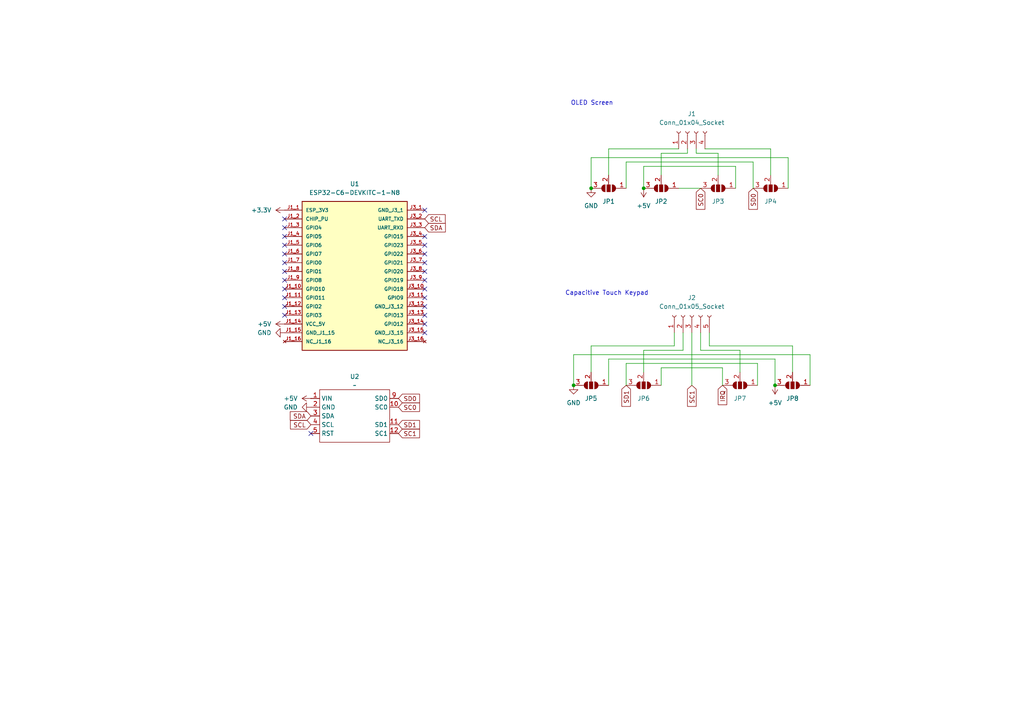
<source format=kicad_sch>
(kicad_sch (version 20231120) (generator "eeschema") (generator_version "8.0")
  (paper "A4")
  (lib_symbols
    (symbol "Connector:Conn_01x04_Socket" (pin_names (offset 1.016) hide)
      (property "Reference" "J" (at 0 5.08 0))
      (property "Value" "Conn_01x04_Socket" (at 0 -7.62 0))
      (symbol "Conn_01x04_Socket_1_1"
        (arc (start 0 -4.572) (mid -0.5058 -5.08) (end 0 -5.588) (stroke (width 0.1524)))
        (arc (start 0 -2.032) (mid -0.5058 -2.54) (end 0 -3.048) (stroke (width 0.1524)))
        (polyline (pts (xy -1.27 -5.08) (xy -0.508 -5.08)) (stroke (width 0.1524)))
        (polyline (pts (xy -1.27 -2.54) (xy -0.508 -2.54)) (stroke (width 0.1524)))
        (polyline (pts (xy -1.27 0) (xy -0.508 0)) (stroke (width 0.1524)))
        (polyline (pts (xy -1.27 2.54) (xy -0.508 2.54)) (stroke (width 0.1524)))
        (arc (start 0 0.508) (mid -0.5058 0) (end 0 -0.508) (stroke (width 0.1524)))
        (arc (start 0 3.048) (mid -0.5058 2.54) (end 0 2.032) (stroke (width 0.1524)))
        (pin passive line (at -5.08 2.54 0) (length 3.81) (name "Pin_1") (number "1"))
        (pin passive line (at -5.08 0 0) (length 3.81) (name "Pin_2") (number "2"))
        (pin passive line (at -5.08 -2.54 0) (length 3.81) (name "Pin_3") (number "3"))
        (pin passive line (at -5.08 -5.08 0) (length 3.81) (name "Pin_4") (number "4"))
      )
    )
    (symbol "Connector:Conn_01x05_Socket" (pin_names (offset 1.016) hide)
      (property "Reference" "J" (at 0 7.62 0))
      (property "Value" "Conn_01x05_Socket" (at 0 -7.62 0))
      (symbol "Conn_01x05_Socket_1_1"
        (arc (start 0 -4.572) (mid -0.5058 -5.08) (end 0 -5.588) (stroke (width 0.1524)))
        (arc (start 0 -2.032) (mid -0.5058 -2.54) (end 0 -3.048) (stroke (width 0.1524)))
        (polyline (pts (xy -1.27 -5.08) (xy -0.508 -5.08)) (stroke (width 0.1524)))
        (polyline (pts (xy -1.27 -2.54) (xy -0.508 -2.54)) (stroke (width 0.1524)))
        (polyline (pts (xy -1.27 0) (xy -0.508 0)) (stroke (width 0.1524)))
        (polyline (pts (xy -1.27 2.54) (xy -0.508 2.54)) (stroke (width 0.1524)))
        (polyline (pts (xy -1.27 5.08) (xy -0.508 5.08)) (stroke (width 0.1524)))
        (arc (start 0 0.508) (mid -0.5058 0) (end 0 -0.508) (stroke (width 0.1524)))
        (arc (start 0 3.048) (mid -0.5058 2.54) (end 0 2.032) (stroke (width 0.1524)))
        (arc (start 0 5.588) (mid -0.5058 5.08) (end 0 4.572) (stroke (width 0.1524)))
        (pin passive line (at -5.08 5.08 0) (length 3.81) (name "Pin_1") (number "1"))
        (pin passive line (at -5.08 2.54 0) (length 3.81) (name "Pin_2") (number "2"))
        (pin passive line (at -5.08 0 0) (length 3.81) (name "Pin_3") (number "3"))
        (pin passive line (at -5.08 -2.54 0) (length 3.81) (name "Pin_4") (number "4"))
        (pin passive line (at -5.08 -5.08 0) (length 3.81) (name "Pin_5") (number "5"))
      )
    )
    (symbol "Jumper:SolderJumper_3_Open" (pin_names (offset 0) hide) (exclude_from_sim yes) (in_bom no)
      (property "Reference" "JP" (at -2.54 -2.54 0))
      (property "Value" "SolderJumper_3_Open" (at 0 2.794 0))
      (symbol "SolderJumper_3_Open_0_1"
        (arc (start -1.016 1.016) (mid -2.0276 0) (end -1.016 -1.016))
        (arc (start -1.016 1.016) (mid -2.0276 0) (end -1.016 -1.016) (fill (type outline)))
        (rectangle (start -0.508 1.016) (end 0.508 -1.016) (fill (type outline)))
        (polyline (pts (xy -2.54 0) (xy -2.032 0)))
        (polyline (pts (xy -1.016 1.016) (xy -1.016 -1.016)))
        (polyline (pts (xy 0 -1.27) (xy 0 -1.016)))
        (polyline (pts (xy 1.016 1.016) (xy 1.016 -1.016)))
        (polyline (pts (xy 2.54 0) (xy 2.032 0)))
        (arc (start 1.016 -1.016) (mid 2.0276 0) (end 1.016 1.016))
        (arc (start 1.016 -1.016) (mid 2.0276 0) (end 1.016 1.016) (fill (type outline)))
      )
      (symbol "SolderJumper_3_Open_1_1"
        (pin passive line (at -5.08 0 0) (length 2.54) (name "A") (number "1"))
        (pin passive line (at 0 -3.81 90) (length 2.54) (name "C") (number "2"))
        (pin passive line (at 5.08 0 180) (length 2.54) (name "B") (number "3"))
      )
    )
    (symbol "New_Library:B08JGSMRF9_"
      (property "Reference" "U2" (at 10.16 3.81 0))
      (property "Value" "~" (at 10.16 1.27 0))
      (symbol "B08JGSMRF9__0_1"
        (rectangle (start 0 0) (end 20.32 -15.24))
      )
      (symbol "B08JGSMRF9__1_1"
        (pin power_in line (at -2.54 -2.54 0) (length 2.54) (name "VIN") (number "1"))
        (pin output line (at 22.86 -5.08 180) (length 2.54) (name "SC0") (number "10"))
        (pin output line (at 22.86 -10.16 180) (length 2.54) (name "SD1") (number "11"))
        (pin output line (at 22.86 -12.7 180) (length 2.54) (name "SC1") (number "12"))
        (pin power_in line (at -2.54 -5.08 0) (length 2.54) (name "GND") (number "2"))
        (pin input line (at -2.54 -7.62 0) (length 2.54) (name "SDA") (number "3"))
        (pin input line (at -2.54 -10.16 0) (length 2.54) (name "SCL") (number "4"))
        (pin input line (at -2.54 -12.7 0) (length 2.54) (name "RST") (number "5"))
        (pin output line (at 22.86 -2.54 180) (length 2.54) (name "SD0") (number "9"))
      )
    )
    (symbol "New_Library:ESP32-C6-DEVKITC-1-N8" (pin_names (offset 1.016))
      (property "Reference" "U" (at -15.24 23.622 0))
      (property "Value" "ESP32-C6-DEVKITC-1-N8" (at -15.24 -22.86 0))
      (symbol "ESP32-C6-DEVKITC-1-N8_0_0"
        (rectangle (start -15.24 22.86) (end 15.24 -20.32) (stroke (width 0.254)) (fill (type background)))
        (pin power_in line (at -20.32 20.32 0) (length 5.08) (name "ESP_3V3") (number "J1_1"))
        (pin bidirectional line (at -20.32 -2.54 0) (length 5.08) (name "GPIO10") (number "J1_10"))
        (pin bidirectional line (at -20.32 -5.08 0) (length 5.08) (name "GPIO11") (number "J1_11"))
        (pin bidirectional line (at -20.32 -7.62 0) (length 5.08) (name "GPIO2") (number "J1_12"))
        (pin bidirectional line (at -20.32 -10.16 0) (length 5.08) (name "GPIO3") (number "J1_13"))
        (pin power_in line (at -20.32 -12.7 0) (length 5.08) (name "VCC_5V") (number "J1_14"))
        (pin power_in line (at -20.32 -15.24 0) (length 5.08) (name "GND_J1_15") (number "J1_15"))
        (pin no_connect line (at -20.32 -17.78 0) (length 5.08) (name "NC_J1_16") (number "J1_16"))
        (pin input line (at -20.32 17.78 0) (length 5.08) (name "CHIP_PU") (number "J1_2"))
        (pin bidirectional line (at -20.32 15.24 0) (length 5.08) (name "GPIO4") (number "J1_3"))
        (pin bidirectional line (at -20.32 12.7 0) (length 5.08) (name "GPIO5") (number "J1_4"))
        (pin bidirectional line (at -20.32 10.16 0) (length 5.08) (name "GPIO6") (number "J1_5"))
        (pin bidirectional line (at -20.32 7.62 0) (length 5.08) (name "GPIO7") (number "J1_6"))
        (pin bidirectional line (at -20.32 5.08 0) (length 5.08) (name "GPIO0") (number "J1_7"))
        (pin bidirectional line (at -20.32 2.54 0) (length 5.08) (name "GPIO1") (number "J1_8"))
        (pin bidirectional line (at -20.32 0 0) (length 5.08) (name "GPIO8") (number "J1_9"))
        (pin power_in line (at 20.32 20.32 180) (length 5.08) (name "GND_J3_1") (number "J3_1"))
        (pin bidirectional line (at 20.32 -2.54 180) (length 5.08) (name "GPIO18") (number "J3_10"))
        (pin bidirectional line (at 20.32 -5.08 180) (length 5.08) (name "GPIO9") (number "J3_11"))
        (pin power_in line (at 20.32 -7.62 180) (length 5.08) (name "GND_J3_12") (number "J3_12"))
        (pin bidirectional line (at 20.32 -10.16 180) (length 5.08) (name "GPIO13") (number "J3_13"))
        (pin bidirectional line (at 20.32 -12.7 180) (length 5.08) (name "GPIO12") (number "J3_14"))
        (pin power_in line (at 20.32 -15.24 180) (length 5.08) (name "GND_J3_15") (number "J3_15"))
        (pin no_connect line (at 20.32 -17.78 180) (length 5.08) (name "NC_J3_16") (number "J3_16"))
        (pin bidirectional line (at 20.32 17.78 180) (length 5.08) (name "UART_TXD") (number "J3_2"))
        (pin bidirectional line (at 20.32 15.24 180) (length 5.08) (name "UART_RXD") (number "J3_3"))
        (pin bidirectional line (at 20.32 12.7 180) (length 5.08) (name "GPIO15") (number "J3_4"))
        (pin bidirectional line (at 20.32 10.16 180) (length 5.08) (name "GPIO23") (number "J3_5"))
        (pin bidirectional line (at 20.32 7.62 180) (length 5.08) (name "GPIO22") (number "J3_6"))
        (pin bidirectional line (at 20.32 5.08 180) (length 5.08) (name "GPIO21") (number "J3_7"))
        (pin bidirectional line (at 20.32 2.54 180) (length 5.08) (name "GPIO20") (number "J3_8"))
        (pin bidirectional line (at 20.32 0 180) (length 5.08) (name "GPIO19") (number "J3_9"))
      )
    )
    (symbol "power:+3.3V" (power) (pin_numbers hide) (pin_names (offset 0) hide)
      (property "Value" "+3.3V" (at 0 3.556 0))
      (symbol "+3.3V_0_1"
        (polyline (pts (xy -0.762 1.27) (xy 0 2.54)))
        (polyline (pts (xy 0 0) (xy 0 2.54)))
        (polyline (pts (xy 0 2.54) (xy 0.762 1.27)))
      )
      (symbol "+3.3V_1_1"
        (pin power_in line (at 0 0 90) (length 0) (name "~") (number "1"))
      )
    )
    (symbol "power:+5V" (power) (pin_numbers hide) (pin_names (offset 0) hide)
      (property "Value" "+5V" (at 0 3.556 0))
      (symbol "+5V_0_1"
        (polyline (pts (xy -0.762 1.27) (xy 0 2.54)))
        (polyline (pts (xy 0 0) (xy 0 2.54)))
        (polyline (pts (xy 0 2.54) (xy 0.762 1.27)))
      )
      (symbol "+5V_1_1"
        (pin power_in line (at 0 0 90) (length 0) (name "~") (number "1"))
      )
    )
    (symbol "power:GND" (power) (pin_numbers hide) (pin_names (offset 0) hide)
      (property "Value" "GND" (at 0 -3.81 0))
      (symbol "GND_0_1"
        (polyline (pts (xy 0 0) (xy 0 -1.27) (xy 1.27 -1.27) (xy 0 -2.54) (xy -1.27 -1.27) (xy 0 -1.27)))
      )
      (symbol "GND_1_1"
        (pin power_in line (at 0 0 270) (length 0) (name "~") (number "1"))
      )
    )
  )
  (junction (at 186.69 54.61))
  (junction (at 171.45 54.61))
  (junction (at 224.79 111.76))
  (junction (at 166.37 111.76))
  (no_connect (at 123.19 88.9))
  (no_connect (at 82.55 66.04))
  (no_connect (at 82.55 86.36))
  (no_connect (at 82.55 63.5))
  (no_connect (at 82.55 91.44))
  (no_connect (at 82.55 71.12))
  (no_connect (at 82.55 83.82))
  (no_connect (at 123.19 60.96))
  (no_connect (at 90.17 125.73))
  (no_connect (at 123.19 68.58))
  (no_connect (at 123.19 86.36))
  (no_connect (at 123.19 81.28))
  (no_connect (at 123.19 83.82))
  (no_connect (at 82.55 73.66))
  (no_connect (at 123.19 76.2))
  (no_connect (at 82.55 88.9))
  (no_connect (at 123.19 71.12))
  (no_connect (at 123.19 93.98))
  (no_connect (at 82.55 81.28))
  (no_connect (at 123.19 91.44))
  (no_connect (at 82.55 78.74))
  (no_connect (at 123.19 78.74))
  (no_connect (at 123.19 96.52))
  (no_connect (at 82.55 68.58))
  (no_connect (at 82.55 76.2))
  (no_connect (at 123.19 73.66))
  (wire (pts (xy 191.77 106.68) (xy 191.77 111.76)))
  (wire (pts (xy 209.55 106.68) (xy 209.55 111.76)))
  (wire (pts (xy 203.2 96.52) (xy 203.2 101.6)))
  (wire (pts (xy 205.74 100.33) (xy 205.74 96.52)))
  (wire (pts (xy 218.44 54.61) (xy 218.44 46.99)))
  (wire (pts (xy 171.45 107.95) (xy 171.45 100.33)))
  (wire (pts (xy 218.44 46.99) (xy 181.61 46.99)))
  (wire (pts (xy 176.53 50.8) (xy 176.53 43.18)))
  (wire (pts (xy 176.53 43.18) (xy 196.85 43.18)))
  (wire (pts (xy 201.93 44.45) (xy 208.28 44.45)))
  (wire (pts (xy 219.71 105.41) (xy 219.71 111.76)))
  (wire (pts (xy 229.87 107.95) (xy 229.87 100.33)))
  (wire (pts (xy 198.12 96.52) (xy 198.12 101.6)))
  (wire (pts (xy 224.79 111.76) (xy 224.79 104.14)))
  (wire (pts (xy 171.45 54.61) (xy 171.45 45.72)))
  (wire (pts (xy 229.87 100.33) (xy 205.74 100.33)))
  (wire (pts (xy 228.6 45.72) (xy 228.6 54.61)))
  (wire (pts (xy 195.58 100.33) (xy 195.58 96.52)))
  (wire (pts (xy 186.69 107.95) (xy 186.69 101.6)))
  (wire (pts (xy 186.69 48.26) (xy 213.36 48.26)))
  (wire (pts (xy 208.28 44.45) (xy 208.28 50.8)))
  (wire (pts (xy 201.93 43.18) (xy 201.93 44.45)))
  (wire (pts (xy 191.77 50.8) (xy 191.77 44.45)))
  (wire (pts (xy 224.79 104.14) (xy 176.53 104.14)))
  (wire (pts (xy 203.2 101.6) (xy 214.63 101.6)))
  (wire (pts (xy 181.61 46.99) (xy 181.61 54.61)))
  (wire (pts (xy 176.53 104.14) (xy 176.53 111.76)))
  (wire (pts (xy 166.37 111.76) (xy 166.37 102.87)))
  (wire (pts (xy 223.52 50.8) (xy 223.52 43.18)))
  (wire (pts (xy 199.39 44.45) (xy 199.39 43.18)))
  (wire (pts (xy 214.63 101.6) (xy 214.63 107.95)))
  (wire (pts (xy 166.37 102.87) (xy 234.95 102.87)))
  (wire (pts (xy 191.77 106.68) (xy 209.55 106.68)))
  (wire (pts (xy 196.85 54.61) (xy 203.2 54.61)))
  (wire (pts (xy 181.61 111.76) (xy 181.61 105.41)))
  (wire (pts (xy 171.45 100.33) (xy 195.58 100.33)))
  (wire (pts (xy 199.39 44.45) (xy 191.77 44.45)))
  (wire (pts (xy 200.66 96.52) (xy 200.66 111.76)))
  (wire (pts (xy 223.52 43.18) (xy 204.47 43.18)))
  (wire (pts (xy 234.95 102.87) (xy 234.95 111.76)))
  (wire (pts (xy 181.61 105.41) (xy 219.71 105.41)))
  (wire (pts (xy 171.45 45.72) (xy 228.6 45.72)))
  (wire (pts (xy 213.36 48.26) (xy 213.36 54.61)))
  (wire (pts (xy 198.12 101.6) (xy 186.69 101.6)))
  (wire (pts (xy 186.69 54.61) (xy 186.69 48.26)))
  (text "OLED Screen" (at 171.704 29.972 0) (effects (font (size 1.27 1.27))))
  (text "Capacitive Touch Keypad" (at 176.022 85.09 0) (effects (font (size 1.27 1.27))))
  (global_label "SC0" (shape input) (at 115.57 118.11 0) (property "Intersheetrefs" "${INTERSHEET_REFS}" (effects (hide yes))))
  (global_label "SDA" (shape input) (at 90.17 120.65 180) (property "Intersheetrefs" "${INTERSHEET_REFS}" (effects (hide yes))))
  (global_label "SDA" (shape input) (at 123.19 66.04 0) (property "Intersheetrefs" "${INTERSHEET_REFS}" (effects (hide yes))))
  (global_label "IRQ" (shape input) (at 209.55 111.76 270) (property "Intersheetrefs" "${INTERSHEET_REFS}" (effects (hide yes))))
  (global_label "SD1" (shape input) (at 181.61 111.76 270) (property "Intersheetrefs" "${INTERSHEET_REFS}" (effects (hide yes))))
  (global_label "SD0" (shape input) (at 115.57 115.57 0) (property "Intersheetrefs" "${INTERSHEET_REFS}" (effects (hide yes))))
  (global_label "SCL" (shape input) (at 123.19 63.5 0) (property "Intersheetrefs" "${INTERSHEET_REFS}" (effects (hide yes))))
  (global_label "SC1" (shape input) (at 115.57 125.73 0) (property "Intersheetrefs" "${INTERSHEET_REFS}" (effects (hide yes))))
  (global_label "SC1" (shape input) (at 200.66 111.76 270) (property "Intersheetrefs" "${INTERSHEET_REFS}" (effects (hide yes))))
  (global_label "SD0" (shape input) (at 218.44 54.61 270) (property "Intersheetrefs" "${INTERSHEET_REFS}" (effects (hide yes))))
  (global_label "SCL" (shape input) (at 90.17 123.19 180) (property "Intersheetrefs" "${INTERSHEET_REFS}" (effects (hide yes))))
  (global_label "SD1" (shape input) (at 115.57 123.19 0) (property "Intersheetrefs" "${INTERSHEET_REFS}" (effects (hide yes))))
  (global_label "SC0" (shape input) (at 203.2 54.61 270) (property "Intersheetrefs" "${INTERSHEET_REFS}" (effects (hide yes))))
  (symbol (lib_id "power:+5V") (at 90.17 115.57 90) (unit 1)
    (property "Reference" "#PWR04" (effects (hide yes)))
    (property "Value" "+5V" (at 86.36 115.5699 90) (effects (justify left)))
    (property "Description" "Power symbol creates a global label with name \"+5V\"" (effects (hide yes)))
  )
  (symbol (lib_id "Jumper:SolderJumper_3_Open") (at 223.52 54.61 180) (unit 1) (exclude_from_sim yes) (in_bom no)
    (property "Reference" "JP4" (at 223.52 58.42 0))
    (property "Value" "SolderJumper_3_Open" (effects (hide yes)))
    (property "Footprint" "Jumper:SolderJumper-3_P1.3mm_Bridged2Bar12_RoundedPad1.0x1.5mm" (effects (hide yes)))
    (property "Description" "Solder Jumper, 3-pole, open" (effects (hide yes)))
  )
  (symbol (lib_id "New_Library:B08JGSMRF9_") (at 92.71 113.03 0) (unit 1)
    (property "Reference" "U2" (at 102.87 109.22 0))
    (property "Value" "~" (at 102.87 111.76 0))
    (property "Footprint" "Library:B0BFD4X6YV" (effects (hide yes)))
  )
  (symbol (lib_id "power:+5V") (at 82.55 93.98 90) (unit 1)
    (property "Reference" "#PWR02" (effects (hide yes)))
    (property "Value" "+5V" (at 78.74 93.9799 90) (effects (justify left)))
    (property "Description" "Power symbol creates a global label with name \"+5V\"" (effects (hide yes)))
  )
  (symbol (lib_id "power:+3.3V") (at 82.55 60.96 90) (unit 1)
    (property "Reference" "#PWR03" (effects (hide yes)))
    (property "Value" "+3.3V" (at 78.74 60.9599 90) (effects (justify left)))
    (property "Description" "Power symbol creates a global label with name \"+3.3V\"" (effects (hide yes)))
  )
  (symbol (lib_id "Jumper:SolderJumper_3_Open") (at 191.77 54.61 180) (unit 1) (exclude_from_sim yes) (in_bom no)
    (property "Reference" "JP2" (at 191.77 58.42 0))
    (property "Value" "SolderJumper_3_Open" (effects (hide yes)))
    (property "Footprint" "Jumper:SolderJumper-3_P1.3mm_Bridged2Bar12_RoundedPad1.0x1.5mm" (effects (hide yes)))
    (property "Description" "Solder Jumper, 3-pole, open" (effects (hide yes)))
  )
  (symbol (lib_id "Jumper:SolderJumper_3_Open") (at 186.69 111.76 180) (unit 1) (exclude_from_sim yes) (in_bom no)
    (property "Reference" "JP6" (at 186.69 115.57 0))
    (property "Value" "SolderJumper_3_Open" (effects (hide yes)))
    (property "Footprint" "Jumper:SolderJumper-3_P1.3mm_Bridged2Bar12_RoundedPad1.0x1.5mm" (effects (hide yes)))
    (property "Description" "Solder Jumper, 3-pole, open" (effects (hide yes)))
  )
  (symbol (lib_id "power:GND") (at 166.37 111.76 0) (unit 1)
    (property "Reference" "#PWR08" (effects (hide yes)))
    (property "Value" "GND" (at 166.37 116.84 0))
    (property "Description" "Power symbol creates a global label with name \"GND\" , ground" (effects (hide yes)))
  )
  (symbol (lib_id "power:+5V") (at 224.79 111.76 180) (unit 1)
    (property "Reference" "#PWR09" (effects (hide yes)))
    (property "Value" "+5V" (at 224.79 116.84 0))
    (property "Description" "Power symbol creates a global label with name \"+5V\"" (effects (hide yes)))
  )
  (symbol (lib_id "Connector:Conn_01x05_Socket") (at 200.66 91.44 90) (unit 1)
    (property "Reference" "J2" (at 200.66 86.36 90))
    (property "Value" "Conn_01x05_Socket" (at 200.66 88.9 90))
    (property "Footprint" "Connector_PinHeader_2.54mm:PinHeader_1x05_P2.54mm_Vertical" (effects (hide yes)))
    (property "Description" "Generic connector, single row, 01x05, script generated" (effects (hide yes)))
  )
  (symbol (lib_id "Jumper:SolderJumper_3_Open") (at 229.87 111.76 180) (unit 1) (exclude_from_sim yes) (in_bom no)
    (property "Reference" "JP8" (at 229.87 115.57 0))
    (property "Value" "SolderJumper_3_Open" (effects (hide yes)))
    (property "Footprint" "Jumper:SolderJumper-3_P1.3mm_Bridged2Bar12_RoundedPad1.0x1.5mm" (effects (hide yes)))
    (property "Description" "Solder Jumper, 3-pole, open" (effects (hide yes)))
  )
  (symbol (lib_id "Jumper:SolderJumper_3_Open") (at 214.63 111.76 180) (unit 1) (exclude_from_sim yes) (in_bom no)
    (property "Reference" "JP7" (at 214.63 115.57 0))
    (property "Value" "SolderJumper_3_Open" (effects (hide yes)))
    (property "Footprint" "Jumper:SolderJumper-3_P1.3mm_Bridged2Bar12_RoundedPad1.0x1.5mm" (effects (hide yes)))
    (property "Description" "Solder Jumper, 3-pole, open" (effects (hide yes)))
  )
  (symbol (lib_id "Jumper:SolderJumper_3_Open") (at 208.28 54.61 180) (unit 1) (exclude_from_sim yes) (in_bom no)
    (property "Reference" "JP3" (at 208.28 58.42 0))
    (property "Value" "SolderJumper_3_Open" (effects (hide yes)))
    (property "Footprint" "Jumper:SolderJumper-3_P1.3mm_Bridged2Bar12_RoundedPad1.0x1.5mm" (effects (hide yes)))
    (property "Description" "Solder Jumper, 3-pole, open" (effects (hide yes)))
  )
  (symbol (lib_id "power:GND") (at 90.17 118.11 270) (unit 1)
    (property "Reference" "#PWR05" (effects (hide yes)))
    (property "Value" "GND" (at 86.36 118.1099 90) (effects (justify right)))
    (property "Description" "Power symbol creates a global label with name \"GND\" , ground" (effects (hide yes)))
  )
  (symbol (lib_id "power:+5V") (at 186.69 54.61 180) (unit 1)
    (property "Reference" "#PWR07" (effects (hide yes)))
    (property "Value" "+5V" (at 186.69 59.69 0))
    (property "Description" "Power symbol creates a global label with name \"+5V\"" (effects (hide yes)))
  )
  (symbol (lib_id "power:GND") (at 82.55 96.52 270) (unit 1)
    (property "Reference" "#PWR01" (effects (hide yes)))
    (property "Value" "GND" (at 78.74 96.5199 90) (effects (justify right)))
    (property "Description" "Power symbol creates a global label with name \"GND\" , ground" (effects (hide yes)))
  )
  (symbol (lib_id "power:GND") (at 171.45 54.61 0) (unit 1)
    (property "Reference" "#PWR06" (effects (hide yes)))
    (property "Value" "GND" (at 171.45 59.69 0))
    (property "Description" "Power symbol creates a global label with name \"GND\" , ground" (effects (hide yes)))
  )
  (symbol (lib_id "Connector:Conn_01x04_Socket") (at 199.39 38.1 90) (unit 1)
    (property "Reference" "J1" (at 200.66 33.02 90))
    (property "Value" "Conn_01x04_Socket" (at 200.66 35.56 90))
    (property "Footprint" "Connector_PinHeader_2.54mm:PinHeader_1x04_P2.54mm_Vertical" (effects (hide yes)))
    (property "Description" "Generic connector, single row, 01x04, script generated" (effects (hide yes)))
  )
  (symbol (lib_id "New_Library:ESP32-C6-DEVKITC-1-N8") (at 102.87 81.28 0) (unit 1)
    (property "Reference" "U1" (at 102.87 53.34 0))
    (property "Value" "ESP32-C6-DEVKITC-1-N8" (at 102.87 55.88 0))
    (property "Footprint" "Library:MODULE_ESP32-C6-DEVKITC-1-N8" (effects (hide yes)))
    (property "PARTREV" "1.3" (effects (hide yes)))
    (property "STANDARD" "Manufacturer Recommendations" (effects (hide yes)))
    (property "MANUFACTURER" "Espressif Systems" (effects (hide yes)))
  )
  (symbol (lib_id "Jumper:SolderJumper_3_Open") (at 176.53 54.61 180) (unit 1) (exclude_from_sim yes) (in_bom no)
    (property "Reference" "JP1" (at 176.53 58.42 0))
    (property "Value" "SolderJumper_3_Open" (effects (hide yes)))
    (property "Footprint" "Jumper:SolderJumper-3_P1.3mm_Bridged2Bar12_RoundedPad1.0x1.5mm" (effects (hide yes)))
    (property "Description" "Solder Jumper, 3-pole, open" (effects (hide yes)))
  )
  (symbol (lib_id "Jumper:SolderJumper_3_Open") (at 171.45 111.76 180) (unit 1) (exclude_from_sim yes) (in_bom no)
    (property "Reference" "JP5" (at 171.45 115.57 0))
    (property "Value" "SolderJumper_3_Open" (effects (hide yes)))
    (property "Footprint" "Jumper:SolderJumper-3_P1.3mm_Bridged2Bar12_RoundedPad1.0x1.5mm" (effects (hide yes)))
    (property "Description" "Solder Jumper, 3-pole, open" (effects (hide yes)))
  )
)
</source>
